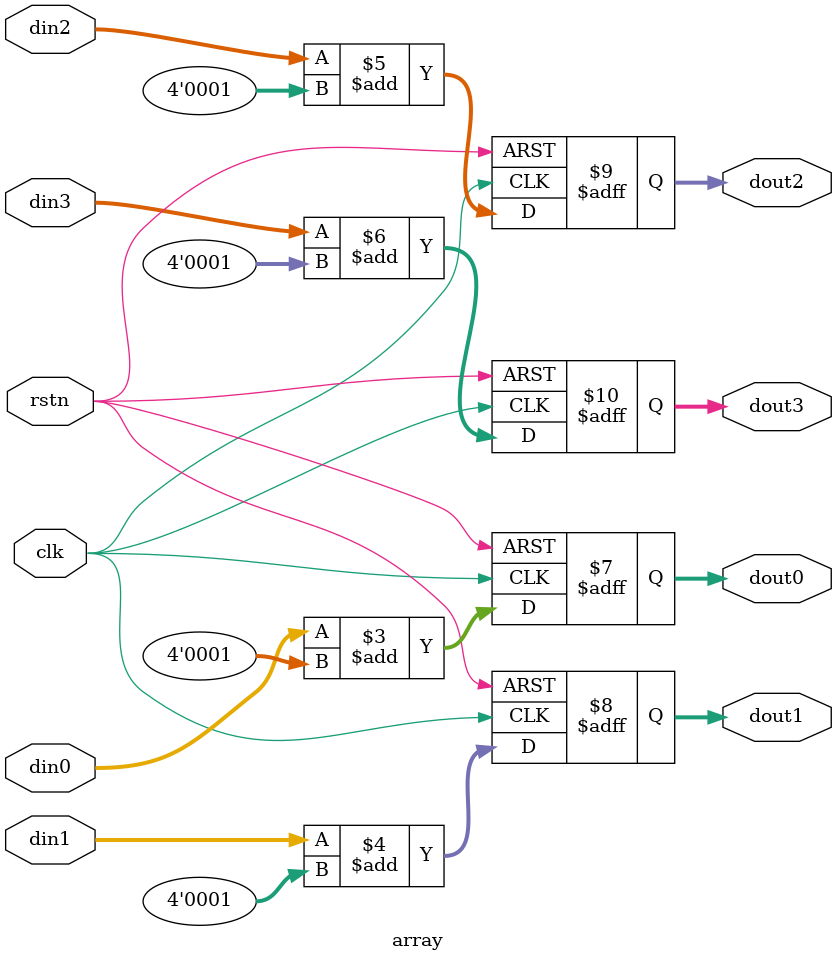
<source format=sv>


module array (
    input  wire        clk,
    input  wire        rstn,
    input  wire [3:0]  din0,
    input  wire [3:0]  din1,
    input  wire [3:0]  din2,
    input  wire [3:0]  din3,
    output reg  [3:0]  dout0,
    output reg  [3:0]  dout1,
    output reg  [3:0]  dout2,
    output reg  [3:0]  dout3
);
    always @(posedge clk or negedge rstn) begin
        if (!rstn) begin
            dout0 <= 4'd0;
            dout1 <= 4'd0;
            dout2 <= 4'd0;
            dout3 <= 4'd0;
        end else begin
            dout0 <= din0 + 4'd1;
            dout1 <= din1 + 4'd1;
            dout2 <= din2 + 4'd1;
            dout3 <= din3 + 4'd1;
        end
    end
endmodule

</source>
